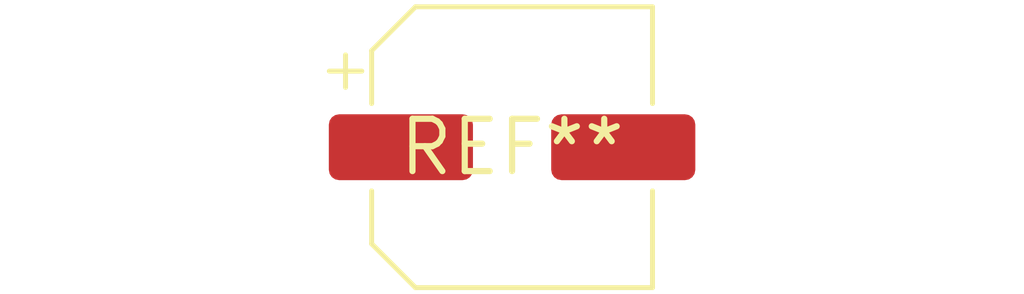
<source format=kicad_pcb>
(kicad_pcb (version 20240108) (generator pcbnew)
  (layers (0 "F.Cu" signal) (31 "B.Cu" signal) (34 "B.Paste" user) (35 "F.Paste" user) (36 "B.SilkS" user "B.Silkscreen") (37 "F.SilkS" user "F.Silkscreen") (38 "B.Mask" user) (39 "F.Mask" user) (44 "Edge.Cuts" user))
  (net 0 "")
  (footprint "CP_Elec_6.3x5.4_Nichicon" (layer "F.Cu") (at 0 0)
    (property "Reference" "REF**")
    (property "Value" "CP_Elec_6.3x5.4_Nichicon")
    (fp_line (start -4.4375 -1.8475) (end -3.65 -1.8475) (layer "F.SilkS") (stroke (width 0.12)))
    (fp_line (start -4.04375 -2.24125) (end -4.04375 -1.45375) (layer "F.SilkS") (stroke (width 0.12)))
    (fp_line (start -3.41 -2.345563) (end -3.41 -1.06) (layer "F.SilkS") (stroke (width 0.12)))
    (fp_line (start -3.41 -2.345563) (end -2.345563 -3.41) (layer "F.SilkS") (stroke (width 0.12)))
    (fp_line (start -3.41 2.345563) (end -3.41 1.06) (layer "F.SilkS") (stroke (width 0.12)))
    (fp_line (start -3.41 2.345563) (end -2.345563 3.41) (layer "F.SilkS") (stroke (width 0.12)))
    (fp_line (start -2.345563 -3.41) (end 3.41 -3.41) (layer "F.SilkS") (stroke (width 0.12)))
    (fp_line (start -2.345563 3.41) (end 3.41 3.41) (layer "F.SilkS") (stroke (width 0.12)))
    (fp_line (start 3.41 -3.41) (end 3.41 -1.06) (layer "F.SilkS") (stroke (width 0.12)))
    (fp_line (start 3.41 3.41) (end 3.41 1.06) (layer "F.SilkS") (stroke (width 0.12)))
    (pad "1" smd roundrect (at -2.7 0) (size 3.5 1.6) (layers "F.Cu" "F.Paste" "F.Mask") (roundrect_rratio 0.15625))
    (pad "2" smd roundrect (at 2.7 0) (size 3.5 1.6) (layers "F.Cu" "F.Paste" "F.Mask") (roundrect_rratio 0.15625))
  )
)
</source>
